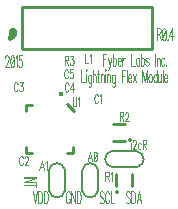
<source format=gto>
G04 DipTrace 2.4.0.2*
%INlightning.gto*%
%MOMM*%
%ADD10C,0.25*%
%ADD15C,0.152*%
%ADD16O,0.4X0.399*%
%ADD26O,0.377X0.312*%
%ADD28O,0.312X0.377*%
%ADD40O,0.723X0.863*%
%ADD63C,0.118*%
%ADD64C,0.111*%
%FSLAX53Y53*%
G04*
G71*
G90*
G75*
G01*
%LNTopSilk*%
%LPD*%
X12945Y20573D2*
D10*
X12445D1*
Y20073D1*
X16445Y16572D2*
Y17072D1*
Y16572D2*
X15945D1*
X12445Y17072D2*
Y16572D1*
X12945D1*
X15945Y20672D2*
X16545Y20073D1*
D16*
X15396Y21567D3*
X21814Y16708D2*
D15*
G02X21814Y15358I-80J-675D01*
G01*
X19739D2*
G02X19739Y16708I80J675D01*
G01*
X19777Y15358D2*
X21776D1*
X19777Y16708D2*
X21776D1*
X20047Y13754D2*
D10*
Y14754D1*
X21447Y13754D2*
Y14754D1*
D26*
X20125Y13283D3*
X20795Y17587D2*
D10*
X19795D1*
X20795Y18988D2*
X19795D1*
D28*
X21266Y17666D3*
X17206Y15088D2*
D15*
G02X18556Y15088I675J-80D01*
G01*
Y13385D2*
G02X17206Y13385I-675J80D01*
G01*
X18556Y13348D2*
Y15126D1*
X17206Y13348D2*
Y15126D1*
X14396Y15088D2*
G02X15746Y15088I675J-80D01*
G01*
Y13385D2*
G02X14396Y13385I-675J80D01*
G01*
X15746Y13348D2*
Y15126D1*
X14396Y13348D2*
Y15126D1*
X12120Y28945D2*
D10*
X23120D1*
Y25345D1*
X12120D1*
Y28945D1*
G36*
X11078Y26036D2*
X11695Y26669D1*
X11211Y27016D1*
X11085Y26859D1*
X11078Y26036D1*
G37*
D40*
X11360Y26731D3*
X11075Y26152D2*
D10*
G03X11591Y26656I-68J586D01*
G01*
X11061Y26176D2*
G02X11121Y26796I970J219D01*
G01*
X16401Y21268D2*
D63*
Y20721D1*
X16423Y20612D1*
X16467Y20539D1*
X16533Y20502D1*
X16576D1*
X16642Y20539D1*
X16686Y20612D1*
X16708Y20721D1*
Y21268D1*
X16849Y21121D2*
X16893Y21158D1*
X16958Y21267D1*
Y20502D1*
X21286Y17652D2*
X21308Y17616D1*
X21330Y17652D1*
X21308Y17689D1*
X21286Y17652D1*
X21308Y17397D2*
Y16887D1*
X21493Y17470D2*
Y17506D1*
X21515Y17579D1*
X21537Y17615D1*
X21581Y17652D1*
X21668D1*
X21712Y17615D1*
X21733Y17579D1*
X21756Y17506D1*
Y17433D1*
X21733Y17360D1*
X21690Y17251D1*
X21471Y16887D1*
X21777D1*
X22181Y17288D2*
X22137Y17361D1*
X22093Y17397D1*
X22028D1*
X21984Y17361D1*
X21941Y17288D1*
X21918Y17178D1*
Y17106D1*
X21941Y16996D1*
X21984Y16924D1*
X22028Y16887D1*
X22093D1*
X22137Y16924D1*
X22181Y16996D1*
X22322Y17288D2*
X22519D1*
X22585Y17325D1*
X22607Y17361D1*
X22629Y17433D1*
Y17507D1*
X22607Y17579D1*
X22585Y17616D1*
X22519Y17652D1*
X22322D1*
Y16887D1*
X22476Y17288D2*
X22629Y16887D1*
X19176Y14583D2*
X19373D1*
X19438Y14620D1*
X19461Y14656D1*
X19482Y14729D1*
Y14802D1*
X19461Y14874D1*
X19438Y14911D1*
X19373Y14948D1*
X19176D1*
Y14182D1*
X19329Y14583D2*
X19482Y14182D1*
X19623Y14801D2*
X19667Y14838D1*
X19733Y14947D1*
Y14182D1*
X20395Y19647D2*
X20592D1*
X20657Y19684D1*
X20680Y19721D1*
X20701Y19793D1*
Y19866D1*
X20680Y19939D1*
X20657Y19976D1*
X20592Y20012D1*
X20395D1*
Y19246D1*
X20548Y19647D2*
X20701Y19246D1*
X20865Y19829D2*
Y19865D1*
X20886Y19939D1*
X20908Y19975D1*
X20952Y20011D1*
X21040D1*
X21083Y19975D1*
X21105Y19939D1*
X21127Y19865D1*
Y19793D1*
X21105Y19720D1*
X21061Y19611D1*
X20842Y19246D1*
X21149D1*
X18561Y21346D2*
X18540Y21418D1*
X18496Y21491D1*
X18452Y21528D1*
X18365D1*
X18321Y21491D1*
X18277Y21418D1*
X18255Y21346D1*
X18233Y21236D1*
Y21053D1*
X18255Y20945D1*
X18277Y20871D1*
X18321Y20799D1*
X18365Y20762D1*
X18452D1*
X18496Y20799D1*
X18540Y20871D1*
X18561Y20945D1*
X18703Y21381D2*
X18747Y21418D1*
X18812Y21527D1*
Y20762D1*
X12187Y16097D2*
X12165Y16170D1*
X12121Y16243D1*
X12078Y16279D1*
X11990D1*
X11946Y16243D1*
X11903Y16170D1*
X11880Y16097D1*
X11859Y15988D1*
Y15805D1*
X11880Y15696D1*
X11903Y15623D1*
X11946Y15550D1*
X11990Y15513D1*
X12078D1*
X12121Y15550D1*
X12165Y15623D1*
X12187Y15696D1*
X12350Y16096D2*
Y16133D1*
X12372Y16206D1*
X12394Y16242D1*
X12438Y16278D1*
X12525D1*
X12568Y16242D1*
X12590Y16206D1*
X12612Y16133D1*
Y16060D1*
X12590Y15987D1*
X12547Y15878D1*
X12328Y15513D1*
X12634D1*
X11731Y22352D2*
X11709Y22424D1*
X11665Y22497D1*
X11622Y22534D1*
X11534D1*
X11490Y22497D1*
X11447Y22424D1*
X11425Y22352D1*
X11403Y22242D1*
Y22059D1*
X11425Y21951D1*
X11447Y21877D1*
X11490Y21805D1*
X11534Y21768D1*
X11622D1*
X11665Y21805D1*
X11709Y21877D1*
X11731Y21951D1*
X11916Y22533D2*
X12156D1*
X12025Y22241D1*
X12091D1*
X12134Y22205D1*
X12156Y22169D1*
X12178Y22059D1*
Y21987D1*
X12156Y21877D1*
X12113Y21804D1*
X12047Y21768D1*
X11981D1*
X11916Y21804D1*
X11894Y21841D1*
X11872Y21914D1*
X18025Y15875D2*
X17850Y16641D1*
X17675Y15875D1*
X17740Y16130D2*
X17959D1*
X18298Y16640D2*
X18232Y16604D1*
X18188Y16494D1*
X18166Y16312D1*
Y16203D1*
X18188Y16021D1*
X18232Y15911D1*
X18298Y15875D1*
X18341D1*
X18407Y15911D1*
X18450Y16021D1*
X18472Y16203D1*
Y16312D1*
X18450Y16494D1*
X18407Y16604D1*
X18341Y16640D1*
X18298D1*
X18450Y16494D2*
X18188Y16021D1*
X13937Y15115D2*
X13762Y15881D1*
X13587Y15115D1*
X13653Y15370D2*
X13872D1*
X14079Y15734D2*
X14123Y15771D1*
X14188Y15880D1*
Y15115D1*
X17429Y24942D2*
Y24177D1*
X17691D1*
X17832Y24796D2*
X17876Y24833D1*
X17942Y24941D1*
Y24177D1*
X16065Y22336D2*
X16043Y22408D1*
X15999Y22481D1*
X15955Y22517D1*
X15868D1*
X15824Y22481D1*
X15781Y22408D1*
X15758Y22336D1*
X15737Y22226D1*
Y22043D1*
X15758Y21935D1*
X15781Y21861D1*
X15824Y21789D1*
X15868Y21752D1*
X15955D1*
X15999Y21789D1*
X16043Y21861D1*
X16065Y21935D1*
X16425Y21752D2*
Y22517D1*
X16206Y22007D1*
X16534D1*
X16009Y23440D2*
X15987Y23512D1*
X15944Y23586D1*
X15900Y23622D1*
X15813D1*
X15769Y23586D1*
X15725Y23512D1*
X15703Y23440D1*
X15681Y23330D1*
Y23148D1*
X15703Y23039D1*
X15725Y22966D1*
X15769Y22893D1*
X15813Y22856D1*
X15900D1*
X15944Y22893D1*
X15987Y22966D1*
X16009Y23039D1*
X16413Y23621D2*
X16194D1*
X16173Y23293D1*
X16194Y23329D1*
X16260Y23367D1*
X16325D1*
X16391Y23329D1*
X16435Y23257D1*
X16457Y23148D1*
Y23075D1*
X16435Y22966D1*
X16391Y22892D1*
X16325Y22856D1*
X16260D1*
X16194Y22892D1*
X16173Y22929D1*
X16150Y23002D1*
X15725Y24394D2*
X15922D1*
X15988Y24432D1*
X16010Y24468D1*
X16031Y24540D1*
Y24613D1*
X16010Y24686D1*
X15988Y24723D1*
X15922Y24759D1*
X15725D1*
Y23994D1*
X15878Y24394D2*
X16031Y23994D1*
X16217Y24758D2*
X16457D1*
X16326Y24467D1*
X16391D1*
X16435Y24431D1*
X16457Y24394D1*
X16479Y24285D1*
Y24213D1*
X16457Y24103D1*
X16413Y24030D1*
X16348Y23994D1*
X16282D1*
X16217Y24030D1*
X16195Y24067D1*
X16173Y24139D1*
X19023Y13157D2*
D64*
X18975Y13255D1*
X18902Y13303D1*
X18805D1*
X18732Y13255D1*
X18683Y13157D1*
Y13061D1*
X18708Y12963D1*
X18732Y12915D1*
X18780Y12866D1*
X18926Y12769D1*
X18975Y12720D1*
X18999Y12671D1*
X19023Y12574D1*
Y12428D1*
X18975Y12332D1*
X18902Y12282D1*
X18805D1*
X18732Y12332D1*
X18683Y12428D1*
X19499Y13061D2*
X19475Y13157D1*
X19426Y13255D1*
X19378Y13303D1*
X19281D1*
X19232Y13255D1*
X19183Y13157D1*
X19159Y13061D1*
X19135Y12915D1*
Y12671D1*
X19159Y12526D1*
X19183Y12428D1*
X19232Y12332D1*
X19281Y12282D1*
X19378D1*
X19426Y12332D1*
X19475Y12428D1*
X19499Y12526D1*
X19610Y13303D2*
Y12282D1*
X19902D1*
X16182Y13073D2*
X16158Y13169D1*
X16109Y13267D1*
X16061Y13315D1*
X15964D1*
X15915Y13267D1*
X15867Y13169D1*
X15842Y13073D1*
X15818Y12927D1*
Y12683D1*
X15842Y12538D1*
X15867Y12441D1*
X15915Y12344D1*
X15964Y12295D1*
X16061D1*
X16109Y12344D1*
X16158Y12441D1*
X16182Y12538D1*
Y12683D1*
X16061D1*
X16634Y13315D2*
Y12295D1*
X16293Y13315D1*
Y12295D1*
X16745Y13315D2*
Y12295D1*
X16915D1*
X16988Y12344D1*
X17037Y12441D1*
X17061Y12538D1*
X17085Y12683D1*
Y12927D1*
X17061Y13073D1*
X17037Y13169D1*
X16988Y13267D1*
X16915Y13315D1*
X16745D1*
X19259Y24959D2*
X18943D1*
Y23938D1*
Y24473D2*
X19138D1*
X19395Y24619D2*
X19541Y23938D1*
X19492Y23744D1*
X19444Y23646D1*
X19395Y23598D1*
X19371D1*
X19687Y24619D2*
X19541Y23938D1*
X19798Y24959D2*
Y23938D1*
Y24473D2*
X19847Y24571D1*
X19895Y24619D1*
X19968D1*
X20016Y24571D1*
X20065Y24473D1*
X20089Y24327D1*
Y24230D1*
X20065Y24084D1*
X20016Y23988D1*
X19968Y23938D1*
X19895D1*
X19847Y23988D1*
X19798Y24084D1*
X20200Y24327D2*
X20492D1*
Y24425D1*
X20468Y24522D1*
X20444Y24571D1*
X20395Y24619D1*
X20322D1*
X20273Y24571D1*
X20225Y24473D1*
X20200Y24327D1*
Y24230D1*
X20225Y24084D1*
X20273Y23988D1*
X20322Y23938D1*
X20395D1*
X20444Y23988D1*
X20492Y24084D1*
X20603Y24619D2*
Y23938D1*
Y24327D2*
X20628Y24473D1*
X20676Y24571D1*
X20725Y24619D1*
X20798D1*
X21357Y24959D2*
Y23938D1*
X21648D1*
X22051Y24619D2*
Y23938D1*
Y24473D2*
X22003Y24571D1*
X21954Y24619D1*
X21881D1*
X21832Y24571D1*
X21784Y24473D1*
X21759Y24327D1*
Y24230D1*
X21784Y24084D1*
X21832Y23988D1*
X21881Y23938D1*
X21954D1*
X22003Y23988D1*
X22051Y24084D1*
X22162Y24959D2*
Y23938D1*
Y24473D2*
X22211Y24571D1*
X22259Y24619D1*
X22332D1*
X22380Y24571D1*
X22429Y24473D1*
X22453Y24327D1*
Y24230D1*
X22429Y24084D1*
X22380Y23988D1*
X22332Y23938D1*
X22259D1*
X22211Y23988D1*
X22162Y24084D1*
X22832Y24473D2*
X22808Y24571D1*
X22735Y24619D1*
X22662D1*
X22589Y24571D1*
X22565Y24473D1*
X22589Y24376D1*
X22638Y24327D1*
X22759Y24279D1*
X22808Y24230D1*
X22832Y24133D1*
Y24084D1*
X22808Y23988D1*
X22735Y23938D1*
X22662D1*
X22589Y23988D1*
X22565Y24084D1*
X23391Y24959D2*
Y23938D1*
X23502Y24619D2*
Y23938D1*
Y24425D2*
X23575Y24571D1*
X23624Y24619D1*
X23696D1*
X23745Y24571D1*
X23769Y24425D1*
Y23938D1*
X24173Y24473D2*
X24124Y24571D1*
X24075Y24619D1*
X24002D1*
X23954Y24571D1*
X23905Y24473D1*
X23881Y24327D1*
Y24230D1*
X23905Y24084D1*
X23954Y23988D1*
X24002Y23938D1*
X24075D1*
X24124Y23988D1*
X24173Y24084D1*
X24308Y24036D2*
X24284Y23987D1*
X24308Y23938D1*
X24333Y23987D1*
X24308Y24036D1*
X10688Y24574D2*
Y24622D1*
X10713Y24720D1*
X10737Y24768D1*
X10786Y24816D1*
X10883D1*
X10931Y24768D1*
X10955Y24720D1*
X10980Y24622D1*
Y24525D1*
X10955Y24428D1*
X10907Y24283D1*
X10664Y23796D1*
X11004D1*
X11261Y24816D2*
X11188Y24768D1*
X11139Y24622D1*
X11115Y24379D1*
Y24233D1*
X11139Y23991D1*
X11188Y23845D1*
X11261Y23796D1*
X11309D1*
X11382Y23845D1*
X11431Y23991D1*
X11455Y24233D1*
Y24379D1*
X11431Y24622D1*
X11382Y24768D1*
X11309Y24816D1*
X11261D1*
X11431Y24622D2*
X11139Y23991D1*
X11567Y24622D2*
X11615Y24671D1*
X11688Y24816D1*
Y23796D1*
X12091Y24816D2*
X11848D1*
X11824Y24379D1*
X11848Y24428D1*
X11921Y24477D1*
X11994D1*
X12067Y24428D1*
X12116Y24331D1*
X12140Y24185D1*
Y24088D1*
X12116Y23942D1*
X12067Y23845D1*
X11994Y23796D1*
X11921D1*
X11848Y23845D1*
X11824Y23894D1*
X11800Y23991D1*
X13006Y13326D2*
X13201Y12305D1*
X13395Y13326D1*
X13506D2*
Y12305D1*
X13676D1*
X13749Y12355D1*
X13798Y12451D1*
X13822Y12549D1*
X13846Y12694D1*
Y12938D1*
X13822Y13084D1*
X13798Y13180D1*
X13749Y13278D1*
X13676Y13326D1*
X13506D1*
X13957D2*
Y12305D1*
X14128D1*
X14201Y12355D1*
X14249Y12451D1*
X14274Y12549D1*
X14298Y12694D1*
Y12938D1*
X14274Y13084D1*
X14249Y13180D1*
X14201Y13278D1*
X14128Y13326D1*
X13957D1*
X23514Y26640D2*
X23732D1*
X23805Y26690D1*
X23830Y26738D1*
X23854Y26835D1*
Y26932D1*
X23830Y27029D1*
X23805Y27078D1*
X23732Y27127D1*
X23514D1*
Y26106D1*
X23684Y26640D2*
X23854Y26106D1*
X24111Y27126D2*
X24038Y27077D1*
X23989Y26931D1*
X23965Y26689D1*
Y26543D1*
X23989Y26300D1*
X24038Y26154D1*
X24111Y26106D1*
X24159D1*
X24232Y26154D1*
X24281Y26300D1*
X24305Y26543D1*
Y26689D1*
X24281Y26931D1*
X24232Y27077D1*
X24159Y27126D1*
X24111D1*
X24281Y26931D2*
X23989Y26300D1*
X24441Y26203D2*
X24417Y26154D1*
X24441Y26106D1*
X24465Y26154D1*
X24441Y26203D1*
X24820Y26106D2*
Y27126D1*
X24577Y26446D1*
X24941D1*
X17125Y23567D2*
Y22546D1*
X17416D1*
X17527Y23567D2*
X17551Y23518D1*
X17576Y23567D1*
X17551Y23616D1*
X17527Y23567D1*
X17551Y23226D2*
Y22546D1*
X17979Y23178D2*
Y22400D1*
X17954Y22255D1*
X17930Y22205D1*
X17881Y22157D1*
X17808D1*
X17760Y22205D1*
X17979Y23032D2*
X17930Y23129D1*
X17881Y23178D1*
X17808D1*
X17760Y23129D1*
X17711Y23032D1*
X17687Y22886D1*
Y22788D1*
X17711Y22643D1*
X17760Y22546D1*
X17808Y22497D1*
X17881D1*
X17930Y22546D1*
X17979Y22643D1*
X18090Y23567D2*
Y22546D1*
Y23032D2*
X18163Y23178D1*
X18212Y23226D1*
X18285D1*
X18333Y23178D1*
X18357Y23032D1*
Y22546D1*
X18541Y23567D2*
Y22740D1*
X18565Y22595D1*
X18614Y22546D1*
X18662D1*
X18468Y23226D2*
X18638D1*
X18774D2*
Y22546D1*
Y23032D2*
X18847Y23178D1*
X18895Y23226D1*
X18968D1*
X19017Y23178D1*
X19041Y23032D1*
Y22546D1*
X19152Y23567D2*
X19176Y23518D1*
X19201Y23567D1*
X19176Y23616D1*
X19152Y23567D1*
X19176Y23226D2*
Y22546D1*
X19312Y23226D2*
Y22546D1*
Y23032D2*
X19385Y23178D1*
X19434Y23226D1*
X19506D1*
X19555Y23178D1*
X19579Y23032D1*
Y22546D1*
X19982Y23178D2*
Y22400D1*
X19958Y22255D1*
X19933Y22205D1*
X19885Y22157D1*
X19812D1*
X19763Y22205D1*
X19982Y23032D2*
X19933Y23129D1*
X19885Y23178D1*
X19812D1*
X19763Y23129D1*
X19714Y23032D1*
X19690Y22886D1*
Y22788D1*
X19714Y22643D1*
X19763Y22546D1*
X19812Y22497D1*
X19885D1*
X19933Y22546D1*
X19982Y22643D1*
X20857Y23567D2*
X20541D1*
Y22546D1*
Y23080D2*
X20735D1*
X20968Y23567D2*
Y22546D1*
X21079Y22934D2*
X21371D1*
Y23032D1*
X21347Y23130D1*
X21322Y23178D1*
X21274Y23226D1*
X21201D1*
X21152Y23178D1*
X21103Y23080D1*
X21079Y22934D1*
Y22838D1*
X21103Y22692D1*
X21152Y22595D1*
X21201Y22546D1*
X21274D1*
X21322Y22595D1*
X21371Y22692D1*
X21482Y23226D2*
X21749Y22546D1*
Y23226D2*
X21482Y22546D1*
X22697D2*
Y23567D1*
X22503Y22546D1*
X22308Y23567D1*
Y22546D1*
X22929Y23226D2*
X22881Y23178D1*
X22832Y23080D1*
X22808Y22934D1*
Y22838D1*
X22832Y22692D1*
X22881Y22595D1*
X22929Y22546D1*
X23002D1*
X23051Y22595D1*
X23099Y22692D1*
X23124Y22838D1*
Y22934D1*
X23099Y23080D1*
X23051Y23178D1*
X23002Y23226D1*
X22929D1*
X23527Y23567D2*
Y22546D1*
Y23080D2*
X23478Y23178D1*
X23429Y23226D1*
X23356D1*
X23308Y23178D1*
X23259Y23080D1*
X23235Y22934D1*
Y22838D1*
X23259Y22692D1*
X23308Y22595D1*
X23356Y22546D1*
X23429D1*
X23478Y22595D1*
X23527Y22692D1*
X23638Y23226D2*
Y22740D1*
X23662Y22595D1*
X23711Y22546D1*
X23784D1*
X23832Y22595D1*
X23905Y22740D1*
Y23226D2*
Y22546D1*
X24016Y23567D2*
Y22546D1*
X24127Y22934D2*
X24419D1*
Y23032D1*
X24395Y23130D1*
X24370Y23178D1*
X24322Y23226D1*
X24249D1*
X24200Y23178D1*
X24151Y23080D1*
X24127Y22934D1*
Y22838D1*
X24151Y22692D1*
X24200Y22595D1*
X24249Y22546D1*
X24322D1*
X24370Y22595D1*
X24419Y22692D1*
X21256Y13163D2*
X21208Y13261D1*
X21135Y13309D1*
X21038D1*
X20965Y13261D1*
X20916Y13163D1*
Y13067D1*
X20940Y12969D1*
X20965Y12921D1*
X21013Y12872D1*
X21159Y12775D1*
X21208Y12726D1*
X21232Y12677D1*
X21256Y12580D1*
Y12434D1*
X21208Y12338D1*
X21135Y12288D1*
X21038D1*
X20965Y12338D1*
X20916Y12434D1*
X21367Y13309D2*
Y12288D1*
X21537D1*
X21610Y12338D1*
X21659Y12434D1*
X21683Y12532D1*
X21707Y12677D1*
Y12921D1*
X21683Y13067D1*
X21659Y13163D1*
X21610Y13261D1*
X21537Y13309D1*
X21367D1*
X22208Y12288D2*
X22013Y13309D1*
X21818Y12288D1*
X21891Y12629D2*
X22135D1*
X13314Y14542D2*
X12293D1*
X13314Y14091D2*
X12293D1*
X13314Y14431D1*
X12293D1*
X13314Y13809D2*
X12293D1*
X13314Y13980D2*
Y13639D1*
M02*

</source>
